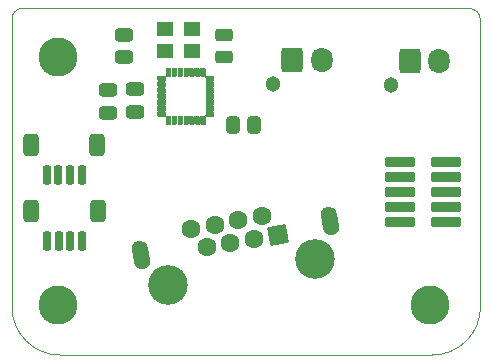
<source format=gbr>
G04 #@! TF.GenerationSoftware,KiCad,Pcbnew,(6.0.0)*
G04 #@! TF.CreationDate,2022-07-24T20:20:56-05:00*
G04 #@! TF.ProjectId,DriveByWireInputSTM32QFN28,44726976-6542-4795-9769-7265496e7075,rev?*
G04 #@! TF.SameCoordinates,Original*
G04 #@! TF.FileFunction,Soldermask,Top*
G04 #@! TF.FilePolarity,Negative*
%FSLAX46Y46*%
G04 Gerber Fmt 4.6, Leading zero omitted, Abs format (unit mm)*
G04 Created by KiCad (PCBNEW (6.0.0)) date 2022-07-24 20:20:56*
%MOMM*%
%LPD*%
G01*
G04 APERTURE LIST*
G04 Aperture macros list*
%AMRoundRect*
0 Rectangle with rounded corners*
0 $1 Rounding radius*
0 $2 $3 $4 $5 $6 $7 $8 $9 X,Y pos of 4 corners*
0 Add a 4 corners polygon primitive as box body*
4,1,4,$2,$3,$4,$5,$6,$7,$8,$9,$2,$3,0*
0 Add four circle primitives for the rounded corners*
1,1,$1+$1,$2,$3*
1,1,$1+$1,$4,$5*
1,1,$1+$1,$6,$7*
1,1,$1+$1,$8,$9*
0 Add four rect primitives between the rounded corners*
20,1,$1+$1,$2,$3,$4,$5,0*
20,1,$1+$1,$4,$5,$6,$7,0*
20,1,$1+$1,$6,$7,$8,$9,0*
20,1,$1+$1,$8,$9,$2,$3,0*%
%AMHorizOval*
0 Thick line with rounded ends*
0 $1 width*
0 $2 $3 position (X,Y) of the first rounded end (center of the circle)*
0 $4 $5 position (X,Y) of the second rounded end (center of the circle)*
0 Add line between two ends*
20,1,$1,$2,$3,$4,$5,0*
0 Add two circle primitives to create the rounded ends*
1,1,$1,$2,$3*
1,1,$1,$4,$5*%
G04 Aperture macros list end*
G04 #@! TA.AperFunction,Profile*
%ADD10C,0.050000*%
G04 #@! TD*
%ADD11C,0.100000*%
%ADD12RoundRect,0.301000X-0.475000X0.250000X-0.475000X-0.250000X0.475000X-0.250000X0.475000X0.250000X0*%
%ADD13RoundRect,0.301000X0.475000X-0.250000X0.475000X0.250000X-0.475000X0.250000X-0.475000X-0.250000X0*%
%ADD14RoundRect,0.201000X-0.150000X-0.625000X0.150000X-0.625000X0.150000X0.625000X-0.150000X0.625000X0*%
%ADD15RoundRect,0.300999X-0.350001X-0.650001X0.350001X-0.650001X0.350001X0.650001X-0.350001X0.650001X0*%
%ADD16C,3.352000*%
%ADD17RoundRect,0.051000X-0.608370X-0.868842X0.868842X-0.608370X0.608370X0.868842X-0.868842X0.608370X0*%
%ADD18C,1.602000*%
%ADD19HorizOval,1.361000X-0.095767X0.543121X0.095767X-0.543121X0*%
%ADD20RoundRect,0.294750X-0.456250X0.243750X-0.456250X-0.243750X0.456250X-0.243750X0.456250X0.243750X0*%
%ADD21RoundRect,0.051000X0.650000X0.550000X-0.650000X0.550000X-0.650000X-0.550000X0.650000X-0.550000X0*%
%ADD22RoundRect,0.051000X0.299974X-0.149987X0.299974X0.149987X-0.299974X0.149987X-0.299974X-0.149987X0*%
%ADD23RoundRect,0.051000X-0.149987X-0.299974X0.149987X-0.299974X0.149987X0.299974X-0.149987X0.299974X0*%
%ADD24C,1.302000*%
%ADD25RoundRect,0.301000X-0.600000X-0.750000X0.600000X-0.750000X0.600000X0.750000X-0.600000X0.750000X0*%
%ADD26O,1.802000X2.102000*%
%ADD27RoundRect,0.051000X-1.200000X-0.370000X1.200000X-0.370000X1.200000X0.370000X-1.200000X0.370000X0*%
%ADD28RoundRect,0.301000X-0.262500X-0.450000X0.262500X-0.450000X0.262500X0.450000X-0.262500X0.450000X0*%
%ADD29C,3.302000*%
G04 APERTURE END LIST*
D10*
X132588000Y-110680500D02*
G75*
G03*
X136652000Y-114744500I4064000J0D01*
G01*
X172239940Y-86360000D02*
X172250164Y-110667800D01*
X132588000Y-110680500D02*
X132588000Y-86296602D01*
X172239940Y-86360000D02*
G75*
G03*
X171279873Y-85389743I-965162J5095D01*
G01*
X168153080Y-114744500D02*
G75*
G03*
X172250164Y-110667800I22733J4074289D01*
G01*
X171279820Y-85389720D02*
X133489685Y-85389720D01*
X133489685Y-85389720D02*
G75*
G03*
X132588000Y-86296602I0J-901700D01*
G01*
X168153080Y-114744500D02*
X136652000Y-114744500D01*
D11*
X144930646Y-92681273D02*
X144930646Y-92981247D01*
X144930646Y-92981247D02*
X145530594Y-92981247D01*
X145530594Y-92981247D02*
X145530594Y-92681273D01*
X145530594Y-92681273D02*
X144930646Y-92681273D01*
G36*
X145530594Y-92981247D02*
G01*
X144930646Y-92981247D01*
X144930646Y-92681273D01*
X145530594Y-92681273D01*
X145530594Y-92981247D01*
G37*
X145530594Y-92981247D02*
X144930646Y-92981247D01*
X144930646Y-92681273D01*
X145530594Y-92681273D01*
X145530594Y-92981247D01*
X145624193Y-94575986D02*
X145624193Y-95175934D01*
X145624193Y-95175934D02*
X145924167Y-95175934D01*
X145924167Y-95175934D02*
X145924167Y-94575986D01*
X145924167Y-94575986D02*
X145624193Y-94575986D01*
G36*
X145924167Y-95175934D02*
G01*
X145624193Y-95175934D01*
X145624193Y-94575986D01*
X145924167Y-94575986D01*
X145924167Y-95175934D01*
G37*
X145924167Y-95175934D02*
X145624193Y-95175934D01*
X145624193Y-94575986D01*
X145924167Y-94575986D01*
X145924167Y-95175934D01*
X149020046Y-93181653D02*
X149020046Y-93481627D01*
X149020046Y-93481627D02*
X149619994Y-93481627D01*
X149619994Y-93481627D02*
X149619994Y-93181653D01*
X149619994Y-93181653D02*
X149020046Y-93181653D01*
G36*
X149619994Y-93481627D02*
G01*
X149020046Y-93481627D01*
X149020046Y-93181653D01*
X149619994Y-93181653D01*
X149619994Y-93481627D01*
G37*
X149619994Y-93481627D02*
X149020046Y-93481627D01*
X149020046Y-93181653D01*
X149619994Y-93181653D01*
X149619994Y-93481627D01*
X147625713Y-94575986D02*
X147625713Y-95175934D01*
X147625713Y-95175934D02*
X147925687Y-95175934D01*
X147925687Y-95175934D02*
X147925687Y-94575986D01*
X147925687Y-94575986D02*
X147625713Y-94575986D01*
G36*
X147925687Y-95175934D02*
G01*
X147625713Y-95175934D01*
X147625713Y-94575986D01*
X147925687Y-94575986D01*
X147925687Y-95175934D01*
G37*
X147925687Y-95175934D02*
X147625713Y-95175934D01*
X147625713Y-94575986D01*
X147925687Y-94575986D01*
X147925687Y-95175934D01*
X144930646Y-91680513D02*
X144930646Y-91980487D01*
X144930646Y-91980487D02*
X145530594Y-91980487D01*
X145530594Y-91980487D02*
X145530594Y-91680513D01*
X145530594Y-91680513D02*
X144930646Y-91680513D01*
G36*
X145530594Y-91980487D02*
G01*
X144930646Y-91980487D01*
X144930646Y-91680513D01*
X145530594Y-91680513D01*
X145530594Y-91980487D01*
G37*
X145530594Y-91980487D02*
X144930646Y-91980487D01*
X144930646Y-91680513D01*
X145530594Y-91680513D01*
X145530594Y-91980487D01*
X147125333Y-94575986D02*
X147125333Y-95175934D01*
X147125333Y-95175934D02*
X147425307Y-95175934D01*
X147425307Y-95175934D02*
X147425307Y-94575986D01*
X147425307Y-94575986D02*
X147125333Y-94575986D01*
G36*
X147425307Y-95175934D02*
G01*
X147125333Y-95175934D01*
X147125333Y-94575986D01*
X147425307Y-94575986D01*
X147425307Y-95175934D01*
G37*
X147425307Y-95175934D02*
X147125333Y-95175934D01*
X147125333Y-94575986D01*
X147425307Y-94575986D01*
X147425307Y-95175934D01*
X144930646Y-91180133D02*
X144930646Y-91480107D01*
X144930646Y-91480107D02*
X145530594Y-91480107D01*
X145530594Y-91480107D02*
X145530594Y-91180133D01*
X145530594Y-91180133D02*
X144930646Y-91180133D01*
G36*
X145530594Y-91480107D02*
G01*
X144930646Y-91480107D01*
X144930646Y-91180133D01*
X145530594Y-91180133D01*
X145530594Y-91480107D01*
G37*
X145530594Y-91480107D02*
X144930646Y-91480107D01*
X144930646Y-91180133D01*
X145530594Y-91180133D01*
X145530594Y-91480107D01*
X149020046Y-94182413D02*
X149020046Y-94482387D01*
X149020046Y-94482387D02*
X149619994Y-94482387D01*
X149619994Y-94482387D02*
X149619994Y-94182413D01*
X149619994Y-94182413D02*
X149020046Y-94182413D01*
G36*
X149619994Y-94482387D02*
G01*
X149020046Y-94482387D01*
X149020046Y-94182413D01*
X149619994Y-94182413D01*
X149619994Y-94482387D01*
G37*
X149619994Y-94482387D02*
X149020046Y-94482387D01*
X149020046Y-94182413D01*
X149619994Y-94182413D01*
X149619994Y-94482387D01*
X144930646Y-94182413D02*
X144930646Y-94482387D01*
X144930646Y-94482387D02*
X145530594Y-94482387D01*
X145530594Y-94482387D02*
X145530594Y-94182413D01*
X145530594Y-94182413D02*
X144930646Y-94182413D01*
G36*
X145530594Y-94482387D02*
G01*
X144930646Y-94482387D01*
X144930646Y-94182413D01*
X145530594Y-94182413D01*
X145530594Y-94482387D01*
G37*
X145530594Y-94482387D02*
X144930646Y-94482387D01*
X144930646Y-94182413D01*
X145530594Y-94182413D01*
X145530594Y-94482387D01*
X149020046Y-91680513D02*
X149020046Y-91980487D01*
X149020046Y-91980487D02*
X149619994Y-91980487D01*
X149619994Y-91980487D02*
X149619994Y-91680513D01*
X149619994Y-91680513D02*
X149020046Y-91680513D01*
G36*
X149619994Y-91980487D02*
G01*
X149020046Y-91980487D01*
X149020046Y-91680513D01*
X149619994Y-91680513D01*
X149619994Y-91980487D01*
G37*
X149619994Y-91980487D02*
X149020046Y-91980487D01*
X149020046Y-91680513D01*
X149619994Y-91680513D01*
X149619994Y-91980487D01*
X148626473Y-90486586D02*
X148626473Y-91086534D01*
X148626473Y-91086534D02*
X148926447Y-91086534D01*
X148926447Y-91086534D02*
X148926447Y-90486586D01*
X148926447Y-90486586D02*
X148626473Y-90486586D01*
G36*
X148926447Y-91086534D02*
G01*
X148626473Y-91086534D01*
X148626473Y-90486586D01*
X148926447Y-90486586D01*
X148926447Y-91086534D01*
G37*
X148926447Y-91086534D02*
X148626473Y-91086534D01*
X148626473Y-90486586D01*
X148926447Y-90486586D01*
X148926447Y-91086534D01*
X149020046Y-92681273D02*
X149020046Y-92981247D01*
X149020046Y-92981247D02*
X149619994Y-92981247D01*
X149619994Y-92981247D02*
X149619994Y-92681273D01*
X149619994Y-92681273D02*
X149020046Y-92681273D01*
G36*
X149619994Y-92981247D02*
G01*
X149020046Y-92981247D01*
X149020046Y-92681273D01*
X149619994Y-92681273D01*
X149619994Y-92981247D01*
G37*
X149619994Y-92981247D02*
X149020046Y-92981247D01*
X149020046Y-92681273D01*
X149619994Y-92681273D01*
X149619994Y-92981247D01*
X148126093Y-94575986D02*
X148126093Y-95175934D01*
X148126093Y-95175934D02*
X148426067Y-95175934D01*
X148426067Y-95175934D02*
X148426067Y-94575986D01*
X148426067Y-94575986D02*
X148126093Y-94575986D01*
G36*
X148426067Y-95175934D02*
G01*
X148126093Y-95175934D01*
X148126093Y-94575986D01*
X148426067Y-94575986D01*
X148426067Y-95175934D01*
G37*
X148426067Y-95175934D02*
X148126093Y-95175934D01*
X148126093Y-94575986D01*
X148426067Y-94575986D01*
X148426067Y-95175934D01*
X144930646Y-92180893D02*
X144930646Y-92480867D01*
X144930646Y-92480867D02*
X145530594Y-92480867D01*
X145530594Y-92480867D02*
X145530594Y-92180893D01*
X145530594Y-92180893D02*
X144930646Y-92180893D01*
G36*
X145530594Y-92480867D02*
G01*
X144930646Y-92480867D01*
X144930646Y-92180893D01*
X145530594Y-92180893D01*
X145530594Y-92480867D01*
G37*
X145530594Y-92480867D02*
X144930646Y-92480867D01*
X144930646Y-92180893D01*
X145530594Y-92180893D01*
X145530594Y-92480867D01*
X149020046Y-91180133D02*
X149020046Y-91480107D01*
X149020046Y-91480107D02*
X149619994Y-91480107D01*
X149619994Y-91480107D02*
X149619994Y-91180133D01*
X149619994Y-91180133D02*
X149020046Y-91180133D01*
G36*
X149619994Y-91480107D02*
G01*
X149020046Y-91480107D01*
X149020046Y-91180133D01*
X149619994Y-91180133D01*
X149619994Y-91480107D01*
G37*
X149619994Y-91480107D02*
X149020046Y-91480107D01*
X149020046Y-91180133D01*
X149619994Y-91180133D01*
X149619994Y-91480107D01*
X148626473Y-94575986D02*
X148626473Y-95175934D01*
X148626473Y-95175934D02*
X148926447Y-95175934D01*
X148926447Y-95175934D02*
X148926447Y-94575986D01*
X148926447Y-94575986D02*
X148626473Y-94575986D01*
G36*
X148926447Y-95175934D02*
G01*
X148626473Y-95175934D01*
X148626473Y-94575986D01*
X148926447Y-94575986D01*
X148926447Y-95175934D01*
G37*
X148926447Y-95175934D02*
X148626473Y-95175934D01*
X148626473Y-94575986D01*
X148926447Y-94575986D01*
X148926447Y-95175934D01*
X146124573Y-94575986D02*
X146124573Y-95175934D01*
X146124573Y-95175934D02*
X146424547Y-95175934D01*
X146424547Y-95175934D02*
X146424547Y-94575986D01*
X146424547Y-94575986D02*
X146124573Y-94575986D01*
G36*
X146424547Y-95175934D02*
G01*
X146124573Y-95175934D01*
X146124573Y-94575986D01*
X146424547Y-94575986D01*
X146424547Y-95175934D01*
G37*
X146424547Y-95175934D02*
X146124573Y-95175934D01*
X146124573Y-94575986D01*
X146424547Y-94575986D01*
X146424547Y-95175934D01*
X147625713Y-90486586D02*
X147625713Y-91086534D01*
X147625713Y-91086534D02*
X147925687Y-91086534D01*
X147925687Y-91086534D02*
X147925687Y-90486586D01*
X147925687Y-90486586D02*
X147625713Y-90486586D01*
G36*
X147925687Y-91086534D02*
G01*
X147625713Y-91086534D01*
X147625713Y-90486586D01*
X147925687Y-90486586D01*
X147925687Y-91086534D01*
G37*
X147925687Y-91086534D02*
X147625713Y-91086534D01*
X147625713Y-90486586D01*
X147925687Y-90486586D01*
X147925687Y-91086534D01*
X149020046Y-92180893D02*
X149020046Y-92480867D01*
X149020046Y-92480867D02*
X149619994Y-92480867D01*
X149619994Y-92480867D02*
X149619994Y-92180893D01*
X149619994Y-92180893D02*
X149020046Y-92180893D01*
G36*
X149619994Y-92480867D02*
G01*
X149020046Y-92480867D01*
X149020046Y-92180893D01*
X149619994Y-92180893D01*
X149619994Y-92480867D01*
G37*
X149619994Y-92480867D02*
X149020046Y-92480867D01*
X149020046Y-92180893D01*
X149619994Y-92180893D01*
X149619994Y-92480867D01*
X146624953Y-94575986D02*
X146624953Y-95175934D01*
X146624953Y-95175934D02*
X146924927Y-95175934D01*
X146924927Y-95175934D02*
X146924927Y-94575986D01*
X146924927Y-94575986D02*
X146624953Y-94575986D01*
G36*
X146924927Y-95175934D02*
G01*
X146624953Y-95175934D01*
X146624953Y-94575986D01*
X146924927Y-94575986D01*
X146924927Y-95175934D01*
G37*
X146924927Y-95175934D02*
X146624953Y-95175934D01*
X146624953Y-94575986D01*
X146924927Y-94575986D01*
X146924927Y-95175934D01*
X146624953Y-90486586D02*
X146624953Y-91086534D01*
X146624953Y-91086534D02*
X146924927Y-91086534D01*
X146924927Y-91086534D02*
X146924927Y-90486586D01*
X146924927Y-90486586D02*
X146624953Y-90486586D01*
G36*
X146924927Y-91086534D02*
G01*
X146624953Y-91086534D01*
X146624953Y-90486586D01*
X146924927Y-90486586D01*
X146924927Y-91086534D01*
G37*
X146924927Y-91086534D02*
X146624953Y-91086534D01*
X146624953Y-90486586D01*
X146924927Y-90486586D01*
X146924927Y-91086534D01*
X144930646Y-93682033D02*
X144930646Y-93982007D01*
X144930646Y-93982007D02*
X145530594Y-93982007D01*
X145530594Y-93982007D02*
X145530594Y-93682033D01*
X145530594Y-93682033D02*
X144930646Y-93682033D01*
G36*
X145530594Y-93982007D02*
G01*
X144930646Y-93982007D01*
X144930646Y-93682033D01*
X145530594Y-93682033D01*
X145530594Y-93982007D01*
G37*
X145530594Y-93982007D02*
X144930646Y-93982007D01*
X144930646Y-93682033D01*
X145530594Y-93682033D01*
X145530594Y-93982007D01*
X144930646Y-93181653D02*
X144930646Y-93481627D01*
X144930646Y-93481627D02*
X145530594Y-93481627D01*
X145530594Y-93481627D02*
X145530594Y-93181653D01*
X145530594Y-93181653D02*
X144930646Y-93181653D01*
G36*
X145530594Y-93481627D02*
G01*
X144930646Y-93481627D01*
X144930646Y-93181653D01*
X145530594Y-93181653D01*
X145530594Y-93481627D01*
G37*
X145530594Y-93481627D02*
X144930646Y-93481627D01*
X144930646Y-93181653D01*
X145530594Y-93181653D01*
X145530594Y-93481627D01*
X146124573Y-90486586D02*
X146124573Y-91086534D01*
X146124573Y-91086534D02*
X146424547Y-91086534D01*
X146424547Y-91086534D02*
X146424547Y-90486586D01*
X146424547Y-90486586D02*
X146124573Y-90486586D01*
G36*
X146424547Y-91086534D02*
G01*
X146124573Y-91086534D01*
X146124573Y-90486586D01*
X146424547Y-90486586D01*
X146424547Y-91086534D01*
G37*
X146424547Y-91086534D02*
X146124573Y-91086534D01*
X146124573Y-90486586D01*
X146424547Y-90486586D01*
X146424547Y-91086534D01*
X145624193Y-90486586D02*
X145624193Y-91086534D01*
X145624193Y-91086534D02*
X145924167Y-91086534D01*
X145924167Y-91086534D02*
X145924167Y-90486586D01*
X145924167Y-90486586D02*
X145624193Y-90486586D01*
G36*
X145924167Y-91086534D02*
G01*
X145624193Y-91086534D01*
X145624193Y-90486586D01*
X145924167Y-90486586D01*
X145924167Y-91086534D01*
G37*
X145924167Y-91086534D02*
X145624193Y-91086534D01*
X145624193Y-90486586D01*
X145924167Y-90486586D01*
X145924167Y-91086534D01*
X149020046Y-93682033D02*
X149020046Y-93982007D01*
X149020046Y-93982007D02*
X149619994Y-93982007D01*
X149619994Y-93982007D02*
X149619994Y-93682033D01*
X149619994Y-93682033D02*
X149020046Y-93682033D01*
G36*
X149619994Y-93982007D02*
G01*
X149020046Y-93982007D01*
X149020046Y-93682033D01*
X149619994Y-93682033D01*
X149619994Y-93982007D01*
G37*
X149619994Y-93982007D02*
X149020046Y-93982007D01*
X149020046Y-93682033D01*
X149619994Y-93682033D01*
X149619994Y-93982007D01*
X148126093Y-90486586D02*
X148126093Y-91086534D01*
X148126093Y-91086534D02*
X148426067Y-91086534D01*
X148426067Y-91086534D02*
X148426067Y-90486586D01*
X148426067Y-90486586D02*
X148126093Y-90486586D01*
G36*
X148426067Y-91086534D02*
G01*
X148126093Y-91086534D01*
X148126093Y-90486586D01*
X148426067Y-90486586D01*
X148426067Y-91086534D01*
G37*
X148426067Y-91086534D02*
X148126093Y-91086534D01*
X148126093Y-90486586D01*
X148426067Y-90486586D01*
X148426067Y-91086534D01*
X147125333Y-90486586D02*
X147125333Y-91086534D01*
X147125333Y-91086534D02*
X147425307Y-91086534D01*
X147425307Y-91086534D02*
X147425307Y-90486586D01*
X147425307Y-90486586D02*
X147125333Y-90486586D01*
G36*
X147425307Y-91086534D02*
G01*
X147125333Y-91086534D01*
X147125333Y-90486586D01*
X147425307Y-90486586D01*
X147425307Y-91086534D01*
G37*
X147425307Y-91086534D02*
X147125333Y-91086534D01*
X147125333Y-90486586D01*
X147425307Y-90486586D01*
X147425307Y-91086534D01*
D10*
X132588000Y-110680500D02*
G75*
G03*
X136652000Y-114744500I4064000J0D01*
G01*
X172239940Y-86360000D02*
X172250164Y-110667800D01*
X132588000Y-110680500D02*
X132588000Y-86296602D01*
X172239940Y-86360000D02*
G75*
G03*
X171279873Y-85389743I-965162J5095D01*
G01*
X168153080Y-114744500D02*
G75*
G03*
X172250164Y-110667800I22733J4074289D01*
G01*
X171279820Y-85389720D02*
X133489685Y-85389720D01*
X133489685Y-85389720D02*
G75*
G03*
X132588000Y-86296602I0J-901700D01*
G01*
X168153080Y-114744500D02*
X136652000Y-114744500D01*
D11*
X144930646Y-92681273D02*
X144930646Y-92981247D01*
X144930646Y-92981247D02*
X145530594Y-92981247D01*
X145530594Y-92981247D02*
X145530594Y-92681273D01*
X145530594Y-92681273D02*
X144930646Y-92681273D01*
G36*
X145530594Y-92981247D02*
G01*
X144930646Y-92981247D01*
X144930646Y-92681273D01*
X145530594Y-92681273D01*
X145530594Y-92981247D01*
G37*
X145530594Y-92981247D02*
X144930646Y-92981247D01*
X144930646Y-92681273D01*
X145530594Y-92681273D01*
X145530594Y-92981247D01*
X145624193Y-94575986D02*
X145624193Y-95175934D01*
X145624193Y-95175934D02*
X145924167Y-95175934D01*
X145924167Y-95175934D02*
X145924167Y-94575986D01*
X145924167Y-94575986D02*
X145624193Y-94575986D01*
G36*
X145924167Y-95175934D02*
G01*
X145624193Y-95175934D01*
X145624193Y-94575986D01*
X145924167Y-94575986D01*
X145924167Y-95175934D01*
G37*
X145924167Y-95175934D02*
X145624193Y-95175934D01*
X145624193Y-94575986D01*
X145924167Y-94575986D01*
X145924167Y-95175934D01*
X149020046Y-93181653D02*
X149020046Y-93481627D01*
X149020046Y-93481627D02*
X149619994Y-93481627D01*
X149619994Y-93481627D02*
X149619994Y-93181653D01*
X149619994Y-93181653D02*
X149020046Y-93181653D01*
G36*
X149619994Y-93481627D02*
G01*
X149020046Y-93481627D01*
X149020046Y-93181653D01*
X149619994Y-93181653D01*
X149619994Y-93481627D01*
G37*
X149619994Y-93481627D02*
X149020046Y-93481627D01*
X149020046Y-93181653D01*
X149619994Y-93181653D01*
X149619994Y-93481627D01*
X147625713Y-94575986D02*
X147625713Y-95175934D01*
X147625713Y-95175934D02*
X147925687Y-95175934D01*
X147925687Y-95175934D02*
X147925687Y-94575986D01*
X147925687Y-94575986D02*
X147625713Y-94575986D01*
G36*
X147925687Y-95175934D02*
G01*
X147625713Y-95175934D01*
X147625713Y-94575986D01*
X147925687Y-94575986D01*
X147925687Y-95175934D01*
G37*
X147925687Y-95175934D02*
X147625713Y-95175934D01*
X147625713Y-94575986D01*
X147925687Y-94575986D01*
X147925687Y-95175934D01*
X144930646Y-91680513D02*
X144930646Y-91980487D01*
X144930646Y-91980487D02*
X145530594Y-91980487D01*
X145530594Y-91980487D02*
X145530594Y-91680513D01*
X145530594Y-91680513D02*
X144930646Y-91680513D01*
G36*
X145530594Y-91980487D02*
G01*
X144930646Y-91980487D01*
X144930646Y-91680513D01*
X145530594Y-91680513D01*
X145530594Y-91980487D01*
G37*
X145530594Y-91980487D02*
X144930646Y-91980487D01*
X144930646Y-91680513D01*
X145530594Y-91680513D01*
X145530594Y-91980487D01*
X147125333Y-94575986D02*
X147125333Y-95175934D01*
X147125333Y-95175934D02*
X147425307Y-95175934D01*
X147425307Y-95175934D02*
X147425307Y-94575986D01*
X147425307Y-94575986D02*
X147125333Y-94575986D01*
G36*
X147425307Y-95175934D02*
G01*
X147125333Y-95175934D01*
X147125333Y-94575986D01*
X147425307Y-94575986D01*
X147425307Y-95175934D01*
G37*
X147425307Y-95175934D02*
X147125333Y-95175934D01*
X147125333Y-94575986D01*
X147425307Y-94575986D01*
X147425307Y-95175934D01*
X144930646Y-91180133D02*
X144930646Y-91480107D01*
X144930646Y-91480107D02*
X145530594Y-91480107D01*
X145530594Y-91480107D02*
X145530594Y-91180133D01*
X145530594Y-91180133D02*
X144930646Y-91180133D01*
G36*
X145530594Y-91480107D02*
G01*
X144930646Y-91480107D01*
X144930646Y-91180133D01*
X145530594Y-91180133D01*
X145530594Y-91480107D01*
G37*
X145530594Y-91480107D02*
X144930646Y-91480107D01*
X144930646Y-91180133D01*
X145530594Y-91180133D01*
X145530594Y-91480107D01*
X149020046Y-94182413D02*
X149020046Y-94482387D01*
X149020046Y-94482387D02*
X149619994Y-94482387D01*
X149619994Y-94482387D02*
X149619994Y-94182413D01*
X149619994Y-94182413D02*
X149020046Y-94182413D01*
G36*
X149619994Y-94482387D02*
G01*
X149020046Y-94482387D01*
X149020046Y-94182413D01*
X149619994Y-94182413D01*
X149619994Y-94482387D01*
G37*
X149619994Y-94482387D02*
X149020046Y-94482387D01*
X149020046Y-94182413D01*
X149619994Y-94182413D01*
X149619994Y-94482387D01*
X144930646Y-94182413D02*
X144930646Y-94482387D01*
X144930646Y-94482387D02*
X145530594Y-94482387D01*
X145530594Y-94482387D02*
X145530594Y-94182413D01*
X145530594Y-94182413D02*
X144930646Y-94182413D01*
G36*
X145530594Y-94482387D02*
G01*
X144930646Y-94482387D01*
X144930646Y-94182413D01*
X145530594Y-94182413D01*
X145530594Y-94482387D01*
G37*
X145530594Y-94482387D02*
X144930646Y-94482387D01*
X144930646Y-94182413D01*
X145530594Y-94182413D01*
X145530594Y-94482387D01*
X149020046Y-91680513D02*
X149020046Y-91980487D01*
X149020046Y-91980487D02*
X149619994Y-91980487D01*
X149619994Y-91980487D02*
X149619994Y-91680513D01*
X149619994Y-91680513D02*
X149020046Y-91680513D01*
G36*
X149619994Y-91980487D02*
G01*
X149020046Y-91980487D01*
X149020046Y-91680513D01*
X149619994Y-91680513D01*
X149619994Y-91980487D01*
G37*
X149619994Y-91980487D02*
X149020046Y-91980487D01*
X149020046Y-91680513D01*
X149619994Y-91680513D01*
X149619994Y-91980487D01*
X148626473Y-90486586D02*
X148626473Y-91086534D01*
X148626473Y-91086534D02*
X148926447Y-91086534D01*
X148926447Y-91086534D02*
X148926447Y-90486586D01*
X148926447Y-90486586D02*
X148626473Y-90486586D01*
G36*
X148926447Y-91086534D02*
G01*
X148626473Y-91086534D01*
X148626473Y-90486586D01*
X148926447Y-90486586D01*
X148926447Y-91086534D01*
G37*
X148926447Y-91086534D02*
X148626473Y-91086534D01*
X148626473Y-90486586D01*
X148926447Y-90486586D01*
X148926447Y-91086534D01*
X149020046Y-92681273D02*
X149020046Y-92981247D01*
X149020046Y-92981247D02*
X149619994Y-92981247D01*
X149619994Y-92981247D02*
X149619994Y-92681273D01*
X149619994Y-92681273D02*
X149020046Y-92681273D01*
G36*
X149619994Y-92981247D02*
G01*
X149020046Y-92981247D01*
X149020046Y-92681273D01*
X149619994Y-92681273D01*
X149619994Y-92981247D01*
G37*
X149619994Y-92981247D02*
X149020046Y-92981247D01*
X149020046Y-92681273D01*
X149619994Y-92681273D01*
X149619994Y-92981247D01*
X148126093Y-94575986D02*
X148126093Y-95175934D01*
X148126093Y-95175934D02*
X148426067Y-95175934D01*
X148426067Y-95175934D02*
X148426067Y-94575986D01*
X148426067Y-94575986D02*
X148126093Y-94575986D01*
G36*
X148426067Y-95175934D02*
G01*
X148126093Y-95175934D01*
X148126093Y-94575986D01*
X148426067Y-94575986D01*
X148426067Y-95175934D01*
G37*
X148426067Y-95175934D02*
X148126093Y-95175934D01*
X148126093Y-94575986D01*
X148426067Y-94575986D01*
X148426067Y-95175934D01*
X144930646Y-92180893D02*
X144930646Y-92480867D01*
X144930646Y-92480867D02*
X145530594Y-92480867D01*
X145530594Y-92480867D02*
X145530594Y-92180893D01*
X145530594Y-92180893D02*
X144930646Y-92180893D01*
G36*
X145530594Y-92480867D02*
G01*
X144930646Y-92480867D01*
X144930646Y-92180893D01*
X145530594Y-92180893D01*
X145530594Y-92480867D01*
G37*
X145530594Y-92480867D02*
X144930646Y-92480867D01*
X144930646Y-92180893D01*
X145530594Y-92180893D01*
X145530594Y-92480867D01*
X149020046Y-91180133D02*
X149020046Y-91480107D01*
X149020046Y-91480107D02*
X149619994Y-91480107D01*
X149619994Y-91480107D02*
X149619994Y-91180133D01*
X149619994Y-91180133D02*
X149020046Y-91180133D01*
G36*
X149619994Y-91480107D02*
G01*
X149020046Y-91480107D01*
X149020046Y-91180133D01*
X149619994Y-91180133D01*
X149619994Y-91480107D01*
G37*
X149619994Y-91480107D02*
X149020046Y-91480107D01*
X149020046Y-91180133D01*
X149619994Y-91180133D01*
X149619994Y-91480107D01*
X148626473Y-94575986D02*
X148626473Y-95175934D01*
X148626473Y-95175934D02*
X148926447Y-95175934D01*
X148926447Y-95175934D02*
X148926447Y-94575986D01*
X148926447Y-94575986D02*
X148626473Y-94575986D01*
G36*
X148926447Y-95175934D02*
G01*
X148626473Y-95175934D01*
X148626473Y-94575986D01*
X148926447Y-94575986D01*
X148926447Y-95175934D01*
G37*
X148926447Y-95175934D02*
X148626473Y-95175934D01*
X148626473Y-94575986D01*
X148926447Y-94575986D01*
X148926447Y-95175934D01*
X146124573Y-94575986D02*
X146124573Y-95175934D01*
X146124573Y-95175934D02*
X146424547Y-95175934D01*
X146424547Y-95175934D02*
X146424547Y-94575986D01*
X146424547Y-94575986D02*
X146124573Y-94575986D01*
G36*
X146424547Y-95175934D02*
G01*
X146124573Y-95175934D01*
X146124573Y-94575986D01*
X146424547Y-94575986D01*
X146424547Y-95175934D01*
G37*
X146424547Y-95175934D02*
X146124573Y-95175934D01*
X146124573Y-94575986D01*
X146424547Y-94575986D01*
X146424547Y-95175934D01*
X147625713Y-90486586D02*
X147625713Y-91086534D01*
X147625713Y-91086534D02*
X147925687Y-91086534D01*
X147925687Y-91086534D02*
X147925687Y-90486586D01*
X147925687Y-90486586D02*
X147625713Y-90486586D01*
G36*
X147925687Y-91086534D02*
G01*
X147625713Y-91086534D01*
X147625713Y-90486586D01*
X147925687Y-90486586D01*
X147925687Y-91086534D01*
G37*
X147925687Y-91086534D02*
X147625713Y-91086534D01*
X147625713Y-90486586D01*
X147925687Y-90486586D01*
X147925687Y-91086534D01*
X149020046Y-92180893D02*
X149020046Y-92480867D01*
X149020046Y-92480867D02*
X149619994Y-92480867D01*
X149619994Y-92480867D02*
X149619994Y-92180893D01*
X149619994Y-92180893D02*
X149020046Y-92180893D01*
G36*
X149619994Y-92480867D02*
G01*
X149020046Y-92480867D01*
X149020046Y-92180893D01*
X149619994Y-92180893D01*
X149619994Y-92480867D01*
G37*
X149619994Y-92480867D02*
X149020046Y-92480867D01*
X149020046Y-92180893D01*
X149619994Y-92180893D01*
X149619994Y-92480867D01*
X146624953Y-94575986D02*
X146624953Y-95175934D01*
X146624953Y-95175934D02*
X146924927Y-95175934D01*
X146924927Y-95175934D02*
X146924927Y-94575986D01*
X146924927Y-94575986D02*
X146624953Y-94575986D01*
G36*
X146924927Y-95175934D02*
G01*
X146624953Y-95175934D01*
X146624953Y-94575986D01*
X146924927Y-94575986D01*
X146924927Y-95175934D01*
G37*
X146924927Y-95175934D02*
X146624953Y-95175934D01*
X146624953Y-94575986D01*
X146924927Y-94575986D01*
X146924927Y-95175934D01*
X146624953Y-90486586D02*
X146624953Y-91086534D01*
X146624953Y-91086534D02*
X146924927Y-91086534D01*
X146924927Y-91086534D02*
X146924927Y-90486586D01*
X146924927Y-90486586D02*
X146624953Y-90486586D01*
G36*
X146924927Y-91086534D02*
G01*
X146624953Y-91086534D01*
X146624953Y-90486586D01*
X146924927Y-90486586D01*
X146924927Y-91086534D01*
G37*
X146924927Y-91086534D02*
X146624953Y-91086534D01*
X146624953Y-90486586D01*
X146924927Y-90486586D01*
X146924927Y-91086534D01*
X144930646Y-93682033D02*
X144930646Y-93982007D01*
X144930646Y-93982007D02*
X145530594Y-93982007D01*
X145530594Y-93982007D02*
X145530594Y-93682033D01*
X145530594Y-93682033D02*
X144930646Y-93682033D01*
G36*
X145530594Y-93982007D02*
G01*
X144930646Y-93982007D01*
X144930646Y-93682033D01*
X145530594Y-93682033D01*
X145530594Y-93982007D01*
G37*
X145530594Y-93982007D02*
X144930646Y-93982007D01*
X144930646Y-93682033D01*
X145530594Y-93682033D01*
X145530594Y-93982007D01*
X144930646Y-93181653D02*
X144930646Y-93481627D01*
X144930646Y-93481627D02*
X145530594Y-93481627D01*
X145530594Y-93481627D02*
X145530594Y-93181653D01*
X145530594Y-93181653D02*
X144930646Y-93181653D01*
G36*
X145530594Y-93481627D02*
G01*
X144930646Y-93481627D01*
X144930646Y-93181653D01*
X145530594Y-93181653D01*
X145530594Y-93481627D01*
G37*
X145530594Y-93481627D02*
X144930646Y-93481627D01*
X144930646Y-93181653D01*
X145530594Y-93181653D01*
X145530594Y-93481627D01*
X146124573Y-90486586D02*
X146124573Y-91086534D01*
X146124573Y-91086534D02*
X146424547Y-91086534D01*
X146424547Y-91086534D02*
X146424547Y-90486586D01*
X146424547Y-90486586D02*
X146124573Y-90486586D01*
G36*
X146424547Y-91086534D02*
G01*
X146124573Y-91086534D01*
X146124573Y-90486586D01*
X146424547Y-90486586D01*
X146424547Y-91086534D01*
G37*
X146424547Y-91086534D02*
X146124573Y-91086534D01*
X146124573Y-90486586D01*
X146424547Y-90486586D01*
X146424547Y-91086534D01*
X145624193Y-90486586D02*
X145624193Y-91086534D01*
X145624193Y-91086534D02*
X145924167Y-91086534D01*
X145924167Y-91086534D02*
X145924167Y-90486586D01*
X145924167Y-90486586D02*
X145624193Y-90486586D01*
G36*
X145924167Y-91086534D02*
G01*
X145624193Y-91086534D01*
X145624193Y-90486586D01*
X145924167Y-90486586D01*
X145924167Y-91086534D01*
G37*
X145924167Y-91086534D02*
X145624193Y-91086534D01*
X145624193Y-90486586D01*
X145924167Y-90486586D01*
X145924167Y-91086534D01*
X149020046Y-93682033D02*
X149020046Y-93982007D01*
X149020046Y-93982007D02*
X149619994Y-93982007D01*
X149619994Y-93982007D02*
X149619994Y-93682033D01*
X149619994Y-93682033D02*
X149020046Y-93682033D01*
G36*
X149619994Y-93982007D02*
G01*
X149020046Y-93982007D01*
X149020046Y-93682033D01*
X149619994Y-93682033D01*
X149619994Y-93982007D01*
G37*
X149619994Y-93982007D02*
X149020046Y-93982007D01*
X149020046Y-93682033D01*
X149619994Y-93682033D01*
X149619994Y-93982007D01*
X148126093Y-90486586D02*
X148126093Y-91086534D01*
X148126093Y-91086534D02*
X148426067Y-91086534D01*
X148426067Y-91086534D02*
X148426067Y-90486586D01*
X148426067Y-90486586D02*
X148126093Y-90486586D01*
G36*
X148426067Y-91086534D02*
G01*
X148126093Y-91086534D01*
X148126093Y-90486586D01*
X148426067Y-90486586D01*
X148426067Y-91086534D01*
G37*
X148426067Y-91086534D02*
X148126093Y-91086534D01*
X148126093Y-90486586D01*
X148426067Y-90486586D01*
X148426067Y-91086534D01*
X147125333Y-90486586D02*
X147125333Y-91086534D01*
X147125333Y-91086534D02*
X147425307Y-91086534D01*
X147425307Y-91086534D02*
X147425307Y-90486586D01*
X147425307Y-90486586D02*
X147125333Y-90486586D01*
G36*
X147425307Y-91086534D02*
G01*
X147125333Y-91086534D01*
X147125333Y-90486586D01*
X147425307Y-90486586D01*
X147425307Y-91086534D01*
G37*
X147425307Y-91086534D02*
X147125333Y-91086534D01*
X147125333Y-90486586D01*
X147425307Y-90486586D01*
X147425307Y-91086534D01*
D12*
X140729740Y-92323220D03*
X140729740Y-94223220D03*
X143023360Y-92244480D03*
X143023360Y-94144480D03*
D13*
X142048000Y-89539460D03*
X142048000Y-87639460D03*
D14*
X135510000Y-99525000D03*
X136510000Y-99525000D03*
X137510000Y-99525000D03*
X138510000Y-99525000D03*
D15*
X139810000Y-97000000D03*
X134210000Y-97000000D03*
D14*
X135535400Y-105087600D03*
X136535400Y-105087600D03*
X137535400Y-105087600D03*
X138535400Y-105087600D03*
D15*
X134235400Y-102562600D03*
X139835400Y-102562600D03*
D16*
X158267765Y-106584015D03*
X145760706Y-108789346D03*
D17*
X155068547Y-104568939D03*
D18*
X153754950Y-102993103D03*
X153069388Y-104921445D03*
X151755790Y-103345608D03*
X151070228Y-105273951D03*
X149756630Y-103698114D03*
X149071068Y-105626457D03*
X147757470Y-104050620D03*
D19*
X143503830Y-106240577D03*
X159516804Y-103417058D03*
D20*
X150526520Y-87626560D03*
X150526520Y-89501560D03*
D21*
X147815720Y-87141620D03*
X145515720Y-87141620D03*
X145515720Y-89041620D03*
X147815720Y-89041620D03*
D22*
X145230620Y-91330120D03*
X145230620Y-91830500D03*
X145230620Y-92330880D03*
X145230620Y-92831260D03*
X145230620Y-93331640D03*
X145230620Y-93832020D03*
X145230620Y-94332400D03*
D23*
X145774180Y-94875960D03*
X146274560Y-94875960D03*
X146774940Y-94875960D03*
X147275320Y-94875960D03*
X147775700Y-94875960D03*
X148276080Y-94875960D03*
X148776460Y-94875960D03*
D22*
X149320020Y-94332400D03*
X149320020Y-93832020D03*
X149320020Y-93331640D03*
X149320020Y-92831260D03*
X149320020Y-92330880D03*
X149320020Y-91830500D03*
X149320020Y-91330120D03*
D23*
X148776460Y-90786560D03*
X148276080Y-90786560D03*
X147775700Y-90786560D03*
X147275320Y-90786560D03*
X146774940Y-90786560D03*
X146274560Y-90786560D03*
X145774180Y-90786560D03*
D24*
X164670000Y-91890000D03*
D25*
X166270000Y-89890000D03*
D26*
X168770000Y-89890000D03*
D27*
X165400000Y-98440000D03*
X169300000Y-98440000D03*
X165400000Y-99710000D03*
X169300000Y-99710000D03*
X165400000Y-100980000D03*
X169300000Y-100980000D03*
X165400000Y-102250000D03*
X169300000Y-102250000D03*
X165400000Y-103520000D03*
X169300000Y-103520000D03*
D28*
X151257500Y-95270000D03*
X153082500Y-95270000D03*
D29*
X136500000Y-110500000D03*
D24*
X154700000Y-91775000D03*
D25*
X156300000Y-89775000D03*
D26*
X158800000Y-89775000D03*
D29*
X168000000Y-110500000D03*
X136500000Y-89500000D03*
G36*
X148591042Y-94539598D02*
G01*
X148591606Y-94541517D01*
X148591325Y-94542156D01*
X148581240Y-94557248D01*
X148577473Y-94576185D01*
X148577473Y-95175735D01*
X148581240Y-95194672D01*
X148591225Y-95209615D01*
X148591356Y-95211611D01*
X148589693Y-95212722D01*
X148588964Y-95212635D01*
X148528483Y-95193696D01*
X148463441Y-95212794D01*
X148461498Y-95212322D01*
X148460934Y-95210403D01*
X148461215Y-95209764D01*
X148471300Y-95194672D01*
X148475067Y-95175735D01*
X148475067Y-94576185D01*
X148471300Y-94557248D01*
X148461315Y-94542305D01*
X148461184Y-94540309D01*
X148462847Y-94539198D01*
X148463576Y-94539285D01*
X148524057Y-94558224D01*
X148589099Y-94539126D01*
X148591042Y-94539598D01*
G37*
G36*
X146089142Y-94539598D02*
G01*
X146089706Y-94541517D01*
X146089425Y-94542156D01*
X146079340Y-94557248D01*
X146075573Y-94576185D01*
X146075573Y-95175735D01*
X146079340Y-95194672D01*
X146089325Y-95209615D01*
X146089456Y-95211611D01*
X146087793Y-95212722D01*
X146087064Y-95212635D01*
X146026583Y-95193696D01*
X145961541Y-95212794D01*
X145959598Y-95212322D01*
X145959034Y-95210403D01*
X145959315Y-95209764D01*
X145969400Y-95194672D01*
X145973167Y-95175735D01*
X145973167Y-94576185D01*
X145969400Y-94557248D01*
X145959415Y-94542305D01*
X145959284Y-94540309D01*
X145960947Y-94539198D01*
X145961676Y-94539285D01*
X146022157Y-94558224D01*
X146087199Y-94539126D01*
X146089142Y-94539598D01*
G37*
G36*
X147590282Y-94539598D02*
G01*
X147590846Y-94541517D01*
X147590565Y-94542156D01*
X147580480Y-94557248D01*
X147576713Y-94576185D01*
X147576713Y-95175735D01*
X147580480Y-95194672D01*
X147590465Y-95209615D01*
X147590596Y-95211611D01*
X147588933Y-95212722D01*
X147588204Y-95212635D01*
X147527723Y-95193696D01*
X147462681Y-95212794D01*
X147460738Y-95212322D01*
X147460174Y-95210403D01*
X147460455Y-95209764D01*
X147470540Y-95194672D01*
X147474307Y-95175735D01*
X147474307Y-94576185D01*
X147470540Y-94557248D01*
X147460555Y-94542305D01*
X147460424Y-94540309D01*
X147462087Y-94539198D01*
X147462816Y-94539285D01*
X147523297Y-94558224D01*
X147588339Y-94539126D01*
X147590282Y-94539598D01*
G37*
G36*
X146589522Y-94539598D02*
G01*
X146590086Y-94541517D01*
X146589805Y-94542156D01*
X146579720Y-94557248D01*
X146575953Y-94576185D01*
X146575953Y-95175735D01*
X146579720Y-95194672D01*
X146589705Y-95209615D01*
X146589836Y-95211611D01*
X146588173Y-95212722D01*
X146587444Y-95212635D01*
X146526963Y-95193696D01*
X146461921Y-95212794D01*
X146459978Y-95212322D01*
X146459414Y-95210403D01*
X146459695Y-95209764D01*
X146469780Y-95194672D01*
X146473547Y-95175735D01*
X146473547Y-94576185D01*
X146469780Y-94557248D01*
X146459795Y-94542305D01*
X146459664Y-94540309D01*
X146461327Y-94539198D01*
X146462056Y-94539285D01*
X146522537Y-94558224D01*
X146587579Y-94539126D01*
X146589522Y-94539598D01*
G37*
G36*
X148090662Y-94539598D02*
G01*
X148091226Y-94541517D01*
X148090945Y-94542156D01*
X148080860Y-94557248D01*
X148077093Y-94576185D01*
X148077093Y-95175735D01*
X148080860Y-95194672D01*
X148090845Y-95209615D01*
X148090976Y-95211611D01*
X148089313Y-95212722D01*
X148088584Y-95212635D01*
X148028103Y-95193696D01*
X147963061Y-95212794D01*
X147961118Y-95212322D01*
X147960554Y-95210403D01*
X147960835Y-95209764D01*
X147970920Y-95194672D01*
X147974687Y-95175735D01*
X147974687Y-94576185D01*
X147970920Y-94557248D01*
X147960935Y-94542305D01*
X147960804Y-94540309D01*
X147962467Y-94539198D01*
X147963196Y-94539285D01*
X148023677Y-94558224D01*
X148088719Y-94539126D01*
X148090662Y-94539598D01*
G37*
G36*
X147089902Y-94539598D02*
G01*
X147090466Y-94541517D01*
X147090185Y-94542156D01*
X147080100Y-94557248D01*
X147076333Y-94576185D01*
X147076333Y-95175735D01*
X147080100Y-95194672D01*
X147090085Y-95209615D01*
X147090216Y-95211611D01*
X147088553Y-95212722D01*
X147087824Y-95212635D01*
X147027343Y-95193696D01*
X146962301Y-95212794D01*
X146960358Y-95212322D01*
X146959794Y-95210403D01*
X146960075Y-95209764D01*
X146970160Y-95194672D01*
X146973927Y-95175735D01*
X146973927Y-94576185D01*
X146970160Y-94557248D01*
X146960175Y-94542305D01*
X146960044Y-94540309D01*
X146961707Y-94539198D01*
X146962436Y-94539285D01*
X147022917Y-94558224D01*
X147087959Y-94539126D01*
X147089902Y-94539598D01*
G37*
G36*
X148970391Y-94398509D02*
G01*
X148971046Y-94399989D01*
X148971046Y-94482188D01*
X148974813Y-94501125D01*
X148985426Y-94517007D01*
X149001308Y-94527620D01*
X149020245Y-94531387D01*
X149102445Y-94531387D01*
X149104177Y-94532387D01*
X149104177Y-94534387D01*
X149103008Y-94535306D01*
X149035993Y-94554983D01*
X148990587Y-94607386D01*
X148979401Y-94658806D01*
X148978056Y-94660286D01*
X148976102Y-94659861D01*
X148975447Y-94658381D01*
X148975447Y-94576185D01*
X148971680Y-94557248D01*
X148961067Y-94541366D01*
X148945185Y-94530753D01*
X148926248Y-94526986D01*
X148844049Y-94526986D01*
X148842317Y-94525986D01*
X148842317Y-94523986D01*
X148843486Y-94523067D01*
X148910500Y-94503390D01*
X148955906Y-94450987D01*
X148967092Y-94399564D01*
X148968437Y-94398084D01*
X148970391Y-94398509D01*
G37*
G36*
X145583513Y-94399426D02*
G01*
X145603190Y-94466440D01*
X145655593Y-94511846D01*
X145707014Y-94523032D01*
X145708494Y-94524377D01*
X145708069Y-94526331D01*
X145706589Y-94526986D01*
X145624392Y-94526986D01*
X145605455Y-94530753D01*
X145589573Y-94541366D01*
X145578960Y-94557248D01*
X145575193Y-94576185D01*
X145575193Y-94658385D01*
X145574193Y-94660117D01*
X145572193Y-94660117D01*
X145571274Y-94658948D01*
X145551597Y-94591933D01*
X145499194Y-94546527D01*
X145447774Y-94535341D01*
X145446294Y-94533996D01*
X145446719Y-94532042D01*
X145448199Y-94531387D01*
X145530395Y-94531387D01*
X145549332Y-94527620D01*
X145565214Y-94517007D01*
X145575827Y-94501125D01*
X145579594Y-94482188D01*
X145579594Y-94399989D01*
X145580594Y-94398257D01*
X145582594Y-94398257D01*
X145583513Y-94399426D01*
G37*
G36*
X148986216Y-94017155D02*
G01*
X149001308Y-94027240D01*
X149020245Y-94031007D01*
X149619795Y-94031007D01*
X149638732Y-94027240D01*
X149653675Y-94017255D01*
X149655671Y-94017124D01*
X149656782Y-94018787D01*
X149656695Y-94019516D01*
X149637756Y-94079997D01*
X149656854Y-94145039D01*
X149656382Y-94146982D01*
X149654463Y-94147546D01*
X149653824Y-94147265D01*
X149638732Y-94137180D01*
X149619795Y-94133413D01*
X149020245Y-94133413D01*
X149001308Y-94137180D01*
X148986365Y-94147165D01*
X148984369Y-94147296D01*
X148983258Y-94145633D01*
X148983345Y-94144904D01*
X149002284Y-94084423D01*
X148983186Y-94019381D01*
X148983658Y-94017438D01*
X148985577Y-94016874D01*
X148986216Y-94017155D01*
G37*
G36*
X144896816Y-94017155D02*
G01*
X144911908Y-94027240D01*
X144930845Y-94031007D01*
X145530395Y-94031007D01*
X145549332Y-94027240D01*
X145564275Y-94017255D01*
X145566271Y-94017124D01*
X145567382Y-94018787D01*
X145567295Y-94019516D01*
X145548356Y-94079997D01*
X145567454Y-94145039D01*
X145566982Y-94146982D01*
X145565063Y-94147546D01*
X145564424Y-94147265D01*
X145549332Y-94137180D01*
X145530395Y-94133413D01*
X144930845Y-94133413D01*
X144911908Y-94137180D01*
X144896965Y-94147165D01*
X144894969Y-94147296D01*
X144893858Y-94145633D01*
X144893945Y-94144904D01*
X144912884Y-94084423D01*
X144893786Y-94019381D01*
X144894258Y-94017438D01*
X144896177Y-94016874D01*
X144896816Y-94017155D01*
G37*
G36*
X144896816Y-93516775D02*
G01*
X144911908Y-93526860D01*
X144930845Y-93530627D01*
X145530395Y-93530627D01*
X145549332Y-93526860D01*
X145564275Y-93516875D01*
X145566271Y-93516744D01*
X145567382Y-93518407D01*
X145567295Y-93519136D01*
X145548356Y-93579617D01*
X145567454Y-93644659D01*
X145566982Y-93646602D01*
X145565063Y-93647166D01*
X145564424Y-93646885D01*
X145549332Y-93636800D01*
X145530395Y-93633033D01*
X144930845Y-93633033D01*
X144911908Y-93636800D01*
X144896965Y-93646785D01*
X144894969Y-93646916D01*
X144893858Y-93645253D01*
X144893945Y-93644524D01*
X144912884Y-93584043D01*
X144893786Y-93519001D01*
X144894258Y-93517058D01*
X144896177Y-93516494D01*
X144896816Y-93516775D01*
G37*
G36*
X148986216Y-93516775D02*
G01*
X149001308Y-93526860D01*
X149020245Y-93530627D01*
X149619795Y-93530627D01*
X149638732Y-93526860D01*
X149653675Y-93516875D01*
X149655671Y-93516744D01*
X149656782Y-93518407D01*
X149656695Y-93519136D01*
X149637756Y-93579617D01*
X149656854Y-93644659D01*
X149656382Y-93646602D01*
X149654463Y-93647166D01*
X149653824Y-93646885D01*
X149638732Y-93636800D01*
X149619795Y-93633033D01*
X149020245Y-93633033D01*
X149001308Y-93636800D01*
X148986365Y-93646785D01*
X148984369Y-93646916D01*
X148983258Y-93645253D01*
X148983345Y-93644524D01*
X149002284Y-93584043D01*
X148983186Y-93519001D01*
X148983658Y-93517058D01*
X148985577Y-93516494D01*
X148986216Y-93516775D01*
G37*
G36*
X148986216Y-93016395D02*
G01*
X149001308Y-93026480D01*
X149020245Y-93030247D01*
X149619795Y-93030247D01*
X149638732Y-93026480D01*
X149653675Y-93016495D01*
X149655671Y-93016364D01*
X149656782Y-93018027D01*
X149656695Y-93018756D01*
X149637756Y-93079237D01*
X149656854Y-93144279D01*
X149656382Y-93146222D01*
X149654463Y-93146786D01*
X149653824Y-93146505D01*
X149638732Y-93136420D01*
X149619795Y-93132653D01*
X149020245Y-93132653D01*
X149001308Y-93136420D01*
X148986365Y-93146405D01*
X148984369Y-93146536D01*
X148983258Y-93144873D01*
X148983345Y-93144144D01*
X149002284Y-93083663D01*
X148983186Y-93018621D01*
X148983658Y-93016678D01*
X148985577Y-93016114D01*
X148986216Y-93016395D01*
G37*
G36*
X144896816Y-93016395D02*
G01*
X144911908Y-93026480D01*
X144930845Y-93030247D01*
X145530395Y-93030247D01*
X145549332Y-93026480D01*
X145564275Y-93016495D01*
X145566271Y-93016364D01*
X145567382Y-93018027D01*
X145567295Y-93018756D01*
X145548356Y-93079237D01*
X145567454Y-93144279D01*
X145566982Y-93146222D01*
X145565063Y-93146786D01*
X145564424Y-93146505D01*
X145549332Y-93136420D01*
X145530395Y-93132653D01*
X144930845Y-93132653D01*
X144911908Y-93136420D01*
X144896965Y-93146405D01*
X144894969Y-93146536D01*
X144893858Y-93144873D01*
X144893945Y-93144144D01*
X144912884Y-93083663D01*
X144893786Y-93018621D01*
X144894258Y-93016678D01*
X144896177Y-93016114D01*
X144896816Y-93016395D01*
G37*
G36*
X144896816Y-92516015D02*
G01*
X144911908Y-92526100D01*
X144930845Y-92529867D01*
X145530395Y-92529867D01*
X145549332Y-92526100D01*
X145564275Y-92516115D01*
X145566271Y-92515984D01*
X145567382Y-92517647D01*
X145567295Y-92518376D01*
X145548356Y-92578857D01*
X145567454Y-92643899D01*
X145566982Y-92645842D01*
X145565063Y-92646406D01*
X145564424Y-92646125D01*
X145549332Y-92636040D01*
X145530395Y-92632273D01*
X144930845Y-92632273D01*
X144911908Y-92636040D01*
X144896965Y-92646025D01*
X144894969Y-92646156D01*
X144893858Y-92644493D01*
X144893945Y-92643764D01*
X144912884Y-92583283D01*
X144893786Y-92518241D01*
X144894258Y-92516298D01*
X144896177Y-92515734D01*
X144896816Y-92516015D01*
G37*
G36*
X148986216Y-92516015D02*
G01*
X149001308Y-92526100D01*
X149020245Y-92529867D01*
X149619795Y-92529867D01*
X149638732Y-92526100D01*
X149653675Y-92516115D01*
X149655671Y-92515984D01*
X149656782Y-92517647D01*
X149656695Y-92518376D01*
X149637756Y-92578857D01*
X149656854Y-92643899D01*
X149656382Y-92645842D01*
X149654463Y-92646406D01*
X149653824Y-92646125D01*
X149638732Y-92636040D01*
X149619795Y-92632273D01*
X149020245Y-92632273D01*
X149001308Y-92636040D01*
X148986365Y-92646025D01*
X148984369Y-92646156D01*
X148983258Y-92644493D01*
X148983345Y-92643764D01*
X149002284Y-92583283D01*
X148983186Y-92518241D01*
X148983658Y-92516298D01*
X148985577Y-92515734D01*
X148986216Y-92516015D01*
G37*
G36*
X144896816Y-92015635D02*
G01*
X144911908Y-92025720D01*
X144930845Y-92029487D01*
X145530395Y-92029487D01*
X145549332Y-92025720D01*
X145564275Y-92015735D01*
X145566271Y-92015604D01*
X145567382Y-92017267D01*
X145567295Y-92017996D01*
X145548356Y-92078477D01*
X145567454Y-92143519D01*
X145566982Y-92145462D01*
X145565063Y-92146026D01*
X145564424Y-92145745D01*
X145549332Y-92135660D01*
X145530395Y-92131893D01*
X144930845Y-92131893D01*
X144911908Y-92135660D01*
X144896965Y-92145645D01*
X144894969Y-92145776D01*
X144893858Y-92144113D01*
X144893945Y-92143384D01*
X144912884Y-92082903D01*
X144893786Y-92017861D01*
X144894258Y-92015918D01*
X144896177Y-92015354D01*
X144896816Y-92015635D01*
G37*
G36*
X148986216Y-92015635D02*
G01*
X149001308Y-92025720D01*
X149020245Y-92029487D01*
X149619795Y-92029487D01*
X149638732Y-92025720D01*
X149653675Y-92015735D01*
X149655671Y-92015604D01*
X149656782Y-92017267D01*
X149656695Y-92017996D01*
X149637756Y-92078477D01*
X149656854Y-92143519D01*
X149656382Y-92145462D01*
X149654463Y-92146026D01*
X149653824Y-92145745D01*
X149638732Y-92135660D01*
X149619795Y-92131893D01*
X149020245Y-92131893D01*
X149001308Y-92135660D01*
X148986365Y-92145645D01*
X148984369Y-92145776D01*
X148983258Y-92144113D01*
X148983345Y-92143384D01*
X149002284Y-92082903D01*
X148983186Y-92017861D01*
X148983658Y-92015918D01*
X148985577Y-92015354D01*
X148986216Y-92015635D01*
G37*
G36*
X144896816Y-91515255D02*
G01*
X144911908Y-91525340D01*
X144930845Y-91529107D01*
X145530395Y-91529107D01*
X145549332Y-91525340D01*
X145564275Y-91515355D01*
X145566271Y-91515224D01*
X145567382Y-91516887D01*
X145567295Y-91517616D01*
X145548356Y-91578097D01*
X145567454Y-91643139D01*
X145566982Y-91645082D01*
X145565063Y-91645646D01*
X145564424Y-91645365D01*
X145549332Y-91635280D01*
X145530395Y-91631513D01*
X144930845Y-91631513D01*
X144911908Y-91635280D01*
X144896965Y-91645265D01*
X144894969Y-91645396D01*
X144893858Y-91643733D01*
X144893945Y-91643004D01*
X144912884Y-91582523D01*
X144893786Y-91517481D01*
X144894258Y-91515538D01*
X144896177Y-91514974D01*
X144896816Y-91515255D01*
G37*
G36*
X148986216Y-91515255D02*
G01*
X149001308Y-91525340D01*
X149020245Y-91529107D01*
X149619795Y-91529107D01*
X149638732Y-91525340D01*
X149653675Y-91515355D01*
X149655671Y-91515224D01*
X149656782Y-91516887D01*
X149656695Y-91517616D01*
X149637756Y-91578097D01*
X149656854Y-91643139D01*
X149656382Y-91645082D01*
X149654463Y-91645646D01*
X149653824Y-91645365D01*
X149638732Y-91635280D01*
X149619795Y-91631513D01*
X149020245Y-91631513D01*
X149001308Y-91635280D01*
X148986365Y-91645265D01*
X148984369Y-91645396D01*
X148983258Y-91643733D01*
X148983345Y-91643004D01*
X149002284Y-91582523D01*
X148983186Y-91517481D01*
X148983658Y-91515538D01*
X148985577Y-91514974D01*
X148986216Y-91515255D01*
G37*
G36*
X145574538Y-91002659D02*
G01*
X145575193Y-91004139D01*
X145575193Y-91086335D01*
X145578960Y-91105272D01*
X145589573Y-91121154D01*
X145605455Y-91131767D01*
X145624392Y-91135534D01*
X145706591Y-91135534D01*
X145708323Y-91136534D01*
X145708323Y-91138534D01*
X145707154Y-91139453D01*
X145640140Y-91159130D01*
X145594734Y-91211533D01*
X145583548Y-91262954D01*
X145582203Y-91264434D01*
X145580249Y-91264009D01*
X145579594Y-91262529D01*
X145579594Y-91180332D01*
X145575827Y-91161395D01*
X145565214Y-91145513D01*
X145549332Y-91134900D01*
X145530395Y-91131133D01*
X145448195Y-91131133D01*
X145446463Y-91130133D01*
X145446463Y-91128133D01*
X145447632Y-91127214D01*
X145514647Y-91107537D01*
X145560053Y-91055134D01*
X145571239Y-91003714D01*
X145572584Y-91002234D01*
X145574538Y-91002659D01*
G37*
G36*
X148979366Y-91003572D02*
G01*
X148999043Y-91070587D01*
X149051446Y-91115993D01*
X149102866Y-91127179D01*
X149104346Y-91128524D01*
X149103921Y-91130478D01*
X149102441Y-91131133D01*
X149020245Y-91131133D01*
X149001308Y-91134900D01*
X148985426Y-91145513D01*
X148974813Y-91161395D01*
X148971046Y-91180332D01*
X148971046Y-91262531D01*
X148970046Y-91264263D01*
X148968046Y-91264263D01*
X148967127Y-91263094D01*
X148947450Y-91196080D01*
X148895047Y-91150674D01*
X148843626Y-91139488D01*
X148842146Y-91138143D01*
X148842571Y-91136189D01*
X148844051Y-91135534D01*
X148926248Y-91135534D01*
X148945185Y-91131767D01*
X148961067Y-91121154D01*
X148971680Y-91105272D01*
X148975447Y-91086335D01*
X148975447Y-91004135D01*
X148976447Y-91002403D01*
X148978447Y-91002403D01*
X148979366Y-91003572D01*
G37*
G36*
X148090662Y-90450198D02*
G01*
X148091226Y-90452117D01*
X148090945Y-90452756D01*
X148080860Y-90467848D01*
X148077093Y-90486785D01*
X148077093Y-91086335D01*
X148080860Y-91105272D01*
X148090845Y-91120215D01*
X148090976Y-91122211D01*
X148089313Y-91123322D01*
X148088584Y-91123235D01*
X148028103Y-91104296D01*
X147963061Y-91123394D01*
X147961118Y-91122922D01*
X147960554Y-91121003D01*
X147960835Y-91120364D01*
X147970920Y-91105272D01*
X147974687Y-91086335D01*
X147974687Y-90486785D01*
X147970920Y-90467848D01*
X147960935Y-90452905D01*
X147960804Y-90450909D01*
X147962467Y-90449798D01*
X147963196Y-90449885D01*
X148023677Y-90468824D01*
X148088719Y-90449726D01*
X148090662Y-90450198D01*
G37*
G36*
X147089902Y-90450198D02*
G01*
X147090466Y-90452117D01*
X147090185Y-90452756D01*
X147080100Y-90467848D01*
X147076333Y-90486785D01*
X147076333Y-91086335D01*
X147080100Y-91105272D01*
X147090085Y-91120215D01*
X147090216Y-91122211D01*
X147088553Y-91123322D01*
X147087824Y-91123235D01*
X147027343Y-91104296D01*
X146962301Y-91123394D01*
X146960358Y-91122922D01*
X146959794Y-91121003D01*
X146960075Y-91120364D01*
X146970160Y-91105272D01*
X146973927Y-91086335D01*
X146973927Y-90486785D01*
X146970160Y-90467848D01*
X146960175Y-90452905D01*
X146960044Y-90450909D01*
X146961707Y-90449798D01*
X146962436Y-90449885D01*
X147022917Y-90468824D01*
X147087959Y-90449726D01*
X147089902Y-90450198D01*
G37*
G36*
X147590282Y-90450198D02*
G01*
X147590846Y-90452117D01*
X147590565Y-90452756D01*
X147580480Y-90467848D01*
X147576713Y-90486785D01*
X147576713Y-91086335D01*
X147580480Y-91105272D01*
X147590465Y-91120215D01*
X147590596Y-91122211D01*
X147588933Y-91123322D01*
X147588204Y-91123235D01*
X147527723Y-91104296D01*
X147462681Y-91123394D01*
X147460738Y-91122922D01*
X147460174Y-91121003D01*
X147460455Y-91120364D01*
X147470540Y-91105272D01*
X147474307Y-91086335D01*
X147474307Y-90486785D01*
X147470540Y-90467848D01*
X147460555Y-90452905D01*
X147460424Y-90450909D01*
X147462087Y-90449798D01*
X147462816Y-90449885D01*
X147523297Y-90468824D01*
X147588339Y-90449726D01*
X147590282Y-90450198D01*
G37*
G36*
X148591042Y-90450198D02*
G01*
X148591606Y-90452117D01*
X148591325Y-90452756D01*
X148581240Y-90467848D01*
X148577473Y-90486785D01*
X148577473Y-91086335D01*
X148581240Y-91105272D01*
X148591225Y-91120215D01*
X148591356Y-91122211D01*
X148589693Y-91123322D01*
X148588964Y-91123235D01*
X148528483Y-91104296D01*
X148463441Y-91123394D01*
X148461498Y-91122922D01*
X148460934Y-91121003D01*
X148461215Y-91120364D01*
X148471300Y-91105272D01*
X148475067Y-91086335D01*
X148475067Y-90486785D01*
X148471300Y-90467848D01*
X148461315Y-90452905D01*
X148461184Y-90450909D01*
X148462847Y-90449798D01*
X148463576Y-90449885D01*
X148524057Y-90468824D01*
X148589099Y-90449726D01*
X148591042Y-90450198D01*
G37*
G36*
X146589522Y-90450198D02*
G01*
X146590086Y-90452117D01*
X146589805Y-90452756D01*
X146579720Y-90467848D01*
X146575953Y-90486785D01*
X146575953Y-91086335D01*
X146579720Y-91105272D01*
X146589705Y-91120215D01*
X146589836Y-91122211D01*
X146588173Y-91123322D01*
X146587444Y-91123235D01*
X146526963Y-91104296D01*
X146461921Y-91123394D01*
X146459978Y-91122922D01*
X146459414Y-91121003D01*
X146459695Y-91120364D01*
X146469780Y-91105272D01*
X146473547Y-91086335D01*
X146473547Y-90486785D01*
X146469780Y-90467848D01*
X146459795Y-90452905D01*
X146459664Y-90450909D01*
X146461327Y-90449798D01*
X146462056Y-90449885D01*
X146522537Y-90468824D01*
X146587579Y-90449726D01*
X146589522Y-90450198D01*
G37*
G36*
X146089142Y-90450198D02*
G01*
X146089706Y-90452117D01*
X146089425Y-90452756D01*
X146079340Y-90467848D01*
X146075573Y-90486785D01*
X146075573Y-91086335D01*
X146079340Y-91105272D01*
X146089325Y-91120215D01*
X146089456Y-91122211D01*
X146087793Y-91123322D01*
X146087064Y-91123235D01*
X146026583Y-91104296D01*
X145961541Y-91123394D01*
X145959598Y-91122922D01*
X145959034Y-91121003D01*
X145959315Y-91120364D01*
X145969400Y-91105272D01*
X145973167Y-91086335D01*
X145973167Y-90486785D01*
X145969400Y-90467848D01*
X145959415Y-90452905D01*
X145959284Y-90450909D01*
X145960947Y-90449798D01*
X145961676Y-90449885D01*
X146022157Y-90468824D01*
X146087199Y-90449726D01*
X146089142Y-90450198D01*
G37*
M02*

</source>
